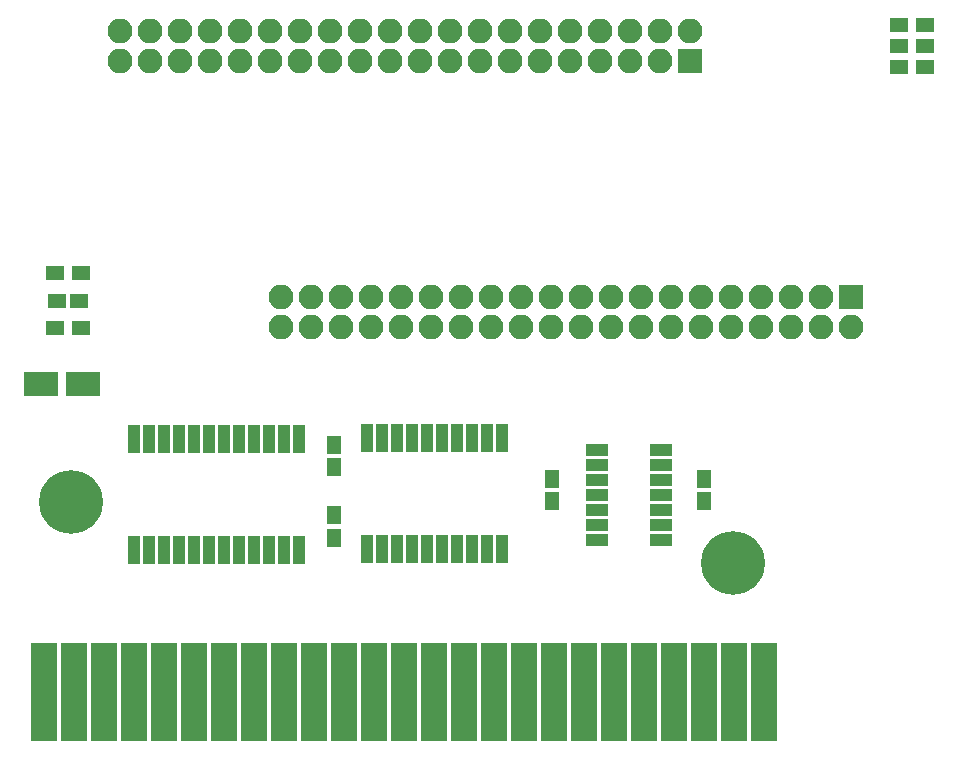
<source format=gbr>
G04 #@! TF.FileFunction,Soldermask,Bot*
%FSLAX46Y46*%
G04 Gerber Fmt 4.6, Leading zero omitted, Abs format (unit mm)*
G04 Created by KiCad (PCBNEW 4.0.7) date 06/27/18 09:55:44*
%MOMM*%
%LPD*%
G01*
G04 APERTURE LIST*
%ADD10C,0.100000*%
%ADD11C,5.400000*%
%ADD12R,2.200000X8.400000*%
%ADD13R,2.100000X2.100000*%
%ADD14O,2.100000X2.100000*%
%ADD15R,1.600000X1.300000*%
%ADD16R,1.900000X1.000000*%
%ADD17R,1.600000X1.150000*%
%ADD18R,1.150000X1.600000*%
%ADD19R,3.000000X2.000000*%
%ADD20R,1.000000X2.350000*%
%ADD21R,1.000000X2.400000*%
G04 APERTURE END LIST*
D10*
D11*
X185333640Y-98897440D03*
D12*
X187949840Y-109827440D03*
X185409840Y-109827440D03*
X182869840Y-109827440D03*
X180329840Y-109827440D03*
X177789840Y-109827440D03*
X175249840Y-109827440D03*
X172709840Y-109827440D03*
X170169840Y-109827440D03*
X167629840Y-109827440D03*
X165089840Y-109827440D03*
X162549840Y-109827440D03*
X160009840Y-109827440D03*
X157469840Y-109827440D03*
X154929840Y-109827440D03*
X152389840Y-109827440D03*
X149849840Y-109827440D03*
X147309840Y-109827440D03*
X144769840Y-109827440D03*
X142229840Y-109827440D03*
X139689840Y-109827440D03*
X137149840Y-109827440D03*
X134609840Y-109827440D03*
X132069840Y-109827440D03*
X129529840Y-109827440D03*
X126989840Y-109827440D03*
D11*
X129334260Y-93695520D03*
D13*
X181737000Y-56388000D03*
D14*
X181737000Y-53848000D03*
X179197000Y-56388000D03*
X179197000Y-53848000D03*
X176657000Y-56388000D03*
X176657000Y-53848000D03*
X174117000Y-56388000D03*
X174117000Y-53848000D03*
X171577000Y-56388000D03*
X171577000Y-53848000D03*
X169037000Y-56388000D03*
X169037000Y-53848000D03*
X166497000Y-56388000D03*
X166497000Y-53848000D03*
X163957000Y-56388000D03*
X163957000Y-53848000D03*
X161417000Y-56388000D03*
X161417000Y-53848000D03*
X158877000Y-56388000D03*
X158877000Y-53848000D03*
X156337000Y-56388000D03*
X156337000Y-53848000D03*
X153797000Y-56388000D03*
X153797000Y-53848000D03*
X151257000Y-56388000D03*
X151257000Y-53848000D03*
X148717000Y-56388000D03*
X148717000Y-53848000D03*
X146177000Y-56388000D03*
X146177000Y-53848000D03*
X143637000Y-56388000D03*
X143637000Y-53848000D03*
X141097000Y-56388000D03*
X141097000Y-53848000D03*
X138557000Y-56388000D03*
X138557000Y-53848000D03*
X136017000Y-56388000D03*
X136017000Y-53848000D03*
X133477000Y-56388000D03*
X133477000Y-53848000D03*
D13*
X195326000Y-76327000D03*
D14*
X195326000Y-78867000D03*
X192786000Y-76327000D03*
X192786000Y-78867000D03*
X190246000Y-76327000D03*
X190246000Y-78867000D03*
X187706000Y-76327000D03*
X187706000Y-78867000D03*
X185166000Y-76327000D03*
X185166000Y-78867000D03*
X182626000Y-76327000D03*
X182626000Y-78867000D03*
X180086000Y-76327000D03*
X180086000Y-78867000D03*
X177546000Y-76327000D03*
X177546000Y-78867000D03*
X175006000Y-76327000D03*
X175006000Y-78867000D03*
X172466000Y-76327000D03*
X172466000Y-78867000D03*
X169926000Y-76327000D03*
X169926000Y-78867000D03*
X167386000Y-76327000D03*
X167386000Y-78867000D03*
X164846000Y-76327000D03*
X164846000Y-78867000D03*
X162306000Y-76327000D03*
X162306000Y-78867000D03*
X159766000Y-76327000D03*
X159766000Y-78867000D03*
X157226000Y-76327000D03*
X157226000Y-78867000D03*
X154686000Y-76327000D03*
X154686000Y-78867000D03*
X152146000Y-76327000D03*
X152146000Y-78867000D03*
X149606000Y-76327000D03*
X149606000Y-78867000D03*
X147066000Y-76327000D03*
X147066000Y-78867000D03*
D15*
X201574000Y-53340000D03*
X199374000Y-53340000D03*
D16*
X179230000Y-89281000D03*
X179230000Y-90551000D03*
X179230000Y-91821000D03*
X179230000Y-93091000D03*
X179230000Y-94361000D03*
X179230000Y-95631000D03*
X179230000Y-96901000D03*
X173830000Y-96901000D03*
X173830000Y-95631000D03*
X173830000Y-94361000D03*
X173830000Y-93091000D03*
X173830000Y-91821000D03*
X173830000Y-90551000D03*
X173830000Y-89281000D03*
D17*
X129982000Y-76708000D03*
X128082000Y-76708000D03*
D15*
X130132000Y-78994000D03*
X127932000Y-78994000D03*
D18*
X182880000Y-93660000D03*
X182880000Y-91760000D03*
X151587000Y-88864400D03*
X151587000Y-90764400D03*
X170053000Y-93660000D03*
X170053000Y-91760000D03*
D15*
X201574000Y-55118000D03*
X199374000Y-55118000D03*
X201574000Y-56896000D03*
X199374000Y-56896000D03*
X130132000Y-74295000D03*
X127932000Y-74295000D03*
D18*
X151587000Y-94858800D03*
X151587000Y-96758800D03*
D19*
X130324000Y-83693000D03*
X126724000Y-83693000D03*
D20*
X165811000Y-97715800D03*
X164541000Y-97715800D03*
X163271000Y-97715800D03*
X162001000Y-97715800D03*
X160731000Y-97715800D03*
X159461000Y-97715800D03*
X158191000Y-97715800D03*
X156921000Y-97715800D03*
X155651000Y-97715800D03*
X154381000Y-97715800D03*
X154381000Y-88315800D03*
X155651000Y-88315800D03*
X156921000Y-88315800D03*
X158191000Y-88315800D03*
X159461000Y-88315800D03*
X160731000Y-88315800D03*
X162001000Y-88315800D03*
X163271000Y-88315800D03*
X164541000Y-88315800D03*
X165811000Y-88315800D03*
D21*
X148590000Y-97791000D03*
X147320000Y-97791000D03*
X146050000Y-97791000D03*
X144780000Y-97791000D03*
X143510000Y-97791000D03*
X142240000Y-97791000D03*
X140970000Y-97791000D03*
X139700000Y-97791000D03*
X138430000Y-97791000D03*
X137160000Y-97791000D03*
X135890000Y-97791000D03*
X134620000Y-97791000D03*
X134620000Y-88391000D03*
X135890000Y-88391000D03*
X137160000Y-88391000D03*
X138430000Y-88391000D03*
X139700000Y-88391000D03*
X140970000Y-88391000D03*
X142240000Y-88391000D03*
X143510000Y-88391000D03*
X144780000Y-88391000D03*
X146050000Y-88391000D03*
X147320000Y-88391000D03*
X148590000Y-88391000D03*
M02*

</source>
